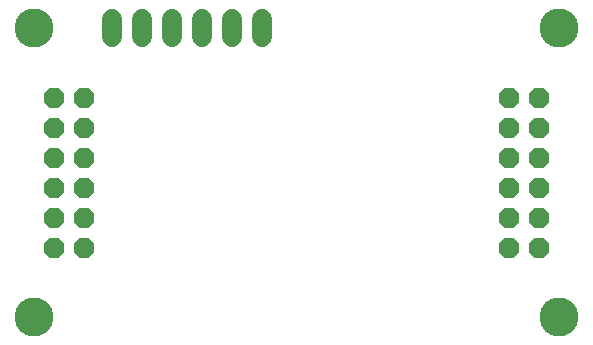
<source format=gbr>
G04 EAGLE Gerber RS-274X export*
G75*
%MOMM*%
%FSLAX34Y34*%
%LPD*%
%INSoldermask Bottom*%
%IPPOS*%
%AMOC8*
5,1,8,0,0,1.08239X$1,22.5*%
G01*
%ADD10C,3.303200*%
%ADD11P,1.869504X8X292.500000*%
%ADD12P,1.869504X8X112.500000*%
%ADD13C,1.727200*%


D10*
X27500Y262500D03*
X27500Y17500D03*
X472500Y17500D03*
X472500Y262500D03*
D11*
X455650Y203500D03*
X455650Y178100D03*
X455650Y152700D03*
X455650Y127300D03*
X455650Y101900D03*
X455650Y76500D03*
X430250Y203500D03*
X430250Y178100D03*
X430250Y152700D03*
X430250Y127300D03*
X430250Y101900D03*
X430250Y76500D03*
D12*
X44350Y76500D03*
X44350Y101900D03*
X44350Y127300D03*
X44350Y152700D03*
X44350Y178100D03*
X44350Y203500D03*
X69750Y76500D03*
X69750Y101900D03*
X69750Y127300D03*
X69750Y152700D03*
X69750Y178100D03*
X69750Y203500D03*
D13*
X94000Y254880D02*
X94000Y270120D01*
X119400Y270120D02*
X119400Y254880D01*
X144800Y254880D02*
X144800Y270120D01*
X170200Y270120D02*
X170200Y254880D01*
X195600Y254880D02*
X195600Y270120D01*
X221000Y270120D02*
X221000Y254880D01*
M02*

</source>
